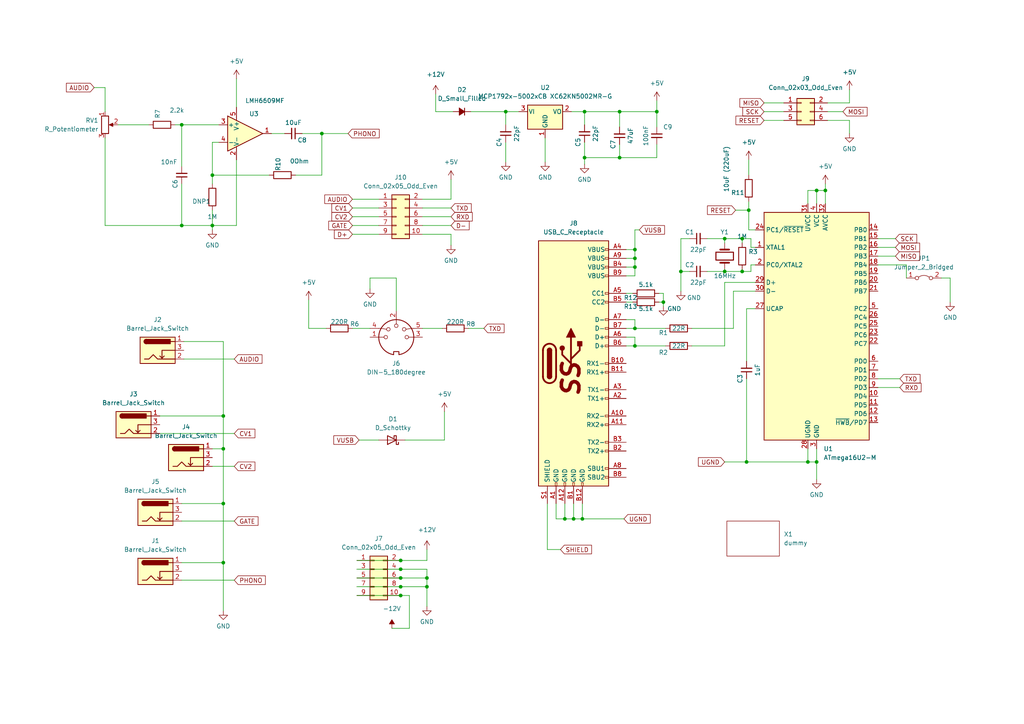
<source format=kicad_sch>
(kicad_sch (version 20211123) (generator eeschema)
  (paper "A4")
  (lib_symbols
    (symbol "Amplifier_Operational:LMH6609MF" (pin_names (offset 0.127))
      (property "Reference" "U" (at -1.27 6.35 0))
      (property "Value" "LMH6609MF" (at -1.27 3.81 0))
      (symbol "LMH6609MF_0_1"
        (polyline (pts (xy -5.08 5.08) (xy 5.08 0) (xy -5.08 -5.08) (xy -5.08 5.08)) (stroke (width 0.254)) (fill (type background)))
        (pin power_in line (at -2.54 -7.62 90) (length 3.81) (name "V-") (number "2"))
        (pin power_in line (at -2.54 7.62 270) (length 3.81) (name "V+") (number "5"))
      )
      (symbol "LMH6609MF_1_1"
        (pin output line (at 7.62 0 180) (length 2.54) (name "~") (number "1"))
        (pin input line (at -7.62 2.54 0) (length 2.54) (name "+") (number "3"))
        (pin input line (at -7.62 -2.54 0) (length 2.54) (name "-") (number "4"))
      )
    )
    (symbol "Connector:Barrel_Jack_Switch" (pin_names hide)
      (property "Reference" "J" (at 0 5.334 0))
      (property "Value" "Barrel_Jack_Switch" (at 0 -5.08 0))
      (symbol "Barrel_Jack_Switch_0_1"
        (rectangle (start -5.08 3.81) (end 5.08 -3.81) (stroke (width 0.254)) (fill (type background)))
        (arc (start -3.302 3.175) (mid -3.937 2.54) (end -3.302 1.905) (stroke (width 0.254)))
        (arc (start -3.302 3.175) (mid -3.937 2.54) (end -3.302 1.905) (stroke (width 0.254)) (fill (type outline)))
        (polyline (pts (xy 1.27 -2.286) (xy 1.905 -1.651)) (stroke (width 0.254)))
        (polyline (pts (xy 5.08 2.54) (xy 3.81 2.54)) (stroke (width 0.254)))
        (polyline (pts (xy 5.08 0) (xy 1.27 0) (xy 1.27 -2.286) (xy 0.635 -1.651)) (stroke (width 0.254)))
        (polyline (pts (xy -3.81 -2.54) (xy -2.54 -2.54) (xy -1.27 -1.27) (xy 0 -2.54) (xy 2.54 -2.54) (xy 5.08 -2.54)) (stroke (width 0.254)))
        (rectangle (start 3.683 3.175) (end -3.302 1.905) (stroke (width 0.254)) (fill (type outline)))
      )
      (symbol "Barrel_Jack_Switch_1_1"
        (pin passive line (at 7.62 2.54 180) (length 2.54) (name "~") (number "1"))
        (pin passive line (at 7.62 -2.54 180) (length 2.54) (name "~") (number "2"))
        (pin passive line (at 7.62 0 180) (length 2.54) (name "~") (number "3"))
      )
    )
    (symbol "Connector:DIN-5_180degree" (pin_names (offset 1.016))
      (property "Reference" "J" (at 3.175 5.715 0))
      (property "Value" "DIN-5_180degree" (at 0 -6.35 0))
      (symbol "DIN-5_180degree_0_1"
        (arc (start -5.08 0) (mid -3.8609 -3.3364) (end -0.762 -5.08) (stroke (width 0.254)))
        (circle (center -3.048 0) (radius 0.508))
        (circle (center -2.286 2.286) (radius 0.508))
        (polyline (pts (xy -5.08 0) (xy -3.556 0)))
        (polyline (pts (xy 0 5.08) (xy 0 3.81)))
        (polyline (pts (xy 5.08 0) (xy 3.556 0)))
        (polyline (pts (xy -5.08 2.54) (xy -4.318 2.54) (xy -2.794 2.286)))
        (polyline (pts (xy 5.08 2.54) (xy 4.318 2.54) (xy 2.794 2.286)))
        (polyline (pts (xy -0.762 -4.953) (xy -0.762 -4.191) (xy 0.762 -4.191) (xy 0.762 -4.953)) (stroke (width 0.254)))
        (circle (center 0 3.302) (radius 0.508))
        (arc (start 0.762 -5.08) (mid 3.8685 -3.343) (end 5.08 0) (stroke (width 0.254)))
        (circle (center 2.286 2.286) (radius 0.508))
        (circle (center 3.048 0) (radius 0.508))
        (arc (start 5.08 0) (mid 0 5.08) (end -5.08 0) (stroke (width 0.254)))
      )
      (symbol "DIN-5_180degree_1_1"
        (pin passive line (at -7.62 0 0) (length 2.54) (name "~") (number "1"))
        (pin passive line (at 0 7.62 270) (length 2.54) (name "~") (number "2"))
        (pin passive line (at 7.62 0 180) (length 2.54) (name "~") (number "3"))
        (pin passive line (at -7.62 2.54 0) (length 2.54) (name "~") (number "4"))
        (pin passive line (at 7.62 2.54 180) (length 2.54) (name "~") (number "5"))
      )
    )
    (symbol "Connector_Generic:Conn_02x03_Odd_Even" (pin_names (offset 1.016) hide)
      (property "Reference" "J" (at 1.27 5.08 0))
      (property "Value" "Conn_02x03_Odd_Even" (at 1.27 -5.08 0))
      (symbol "Conn_02x03_Odd_Even_1_1"
        (rectangle (start -1.27 -2.413) (end 0 -2.667) (stroke (width 0.1524)))
        (rectangle (start -1.27 0.127) (end 0 -0.127) (stroke (width 0.1524)))
        (rectangle (start -1.27 2.667) (end 0 2.413) (stroke (width 0.1524)))
        (rectangle (start -1.27 3.81) (end 3.81 -3.81) (stroke (width 0.254)) (fill (type background)))
        (rectangle (start 3.81 -2.413) (end 2.54 -2.667) (stroke (width 0.1524)))
        (rectangle (start 3.81 0.127) (end 2.54 -0.127) (stroke (width 0.1524)))
        (rectangle (start 3.81 2.667) (end 2.54 2.413) (stroke (width 0.1524)))
        (pin passive line (at -5.08 2.54 0) (length 3.81) (name "Pin_1") (number "1"))
        (pin passive line (at 7.62 2.54 180) (length 3.81) (name "Pin_2") (number "2"))
        (pin passive line (at -5.08 0 0) (length 3.81) (name "Pin_3") (number "3"))
        (pin passive line (at 7.62 0 180) (length 3.81) (name "Pin_4") (number "4"))
        (pin passive line (at -5.08 -2.54 0) (length 3.81) (name "Pin_5") (number "5"))
        (pin passive line (at 7.62 -2.54 180) (length 3.81) (name "Pin_6") (number "6"))
      )
    )
    (symbol "Connector_Generic:Conn_02x05_Odd_Even" (pin_names (offset 1.016) hide)
      (property "Reference" "J" (at 1.27 7.62 0))
      (property "Value" "Conn_02x05_Odd_Even" (at 1.27 -7.62 0))
      (symbol "Conn_02x05_Odd_Even_1_1"
        (rectangle (start -1.27 -4.953) (end 0 -5.207) (stroke (width 0.1524)))
        (rectangle (start -1.27 -2.413) (end 0 -2.667) (stroke (width 0.1524)))
        (rectangle (start -1.27 0.127) (end 0 -0.127) (stroke (width 0.1524)))
        (rectangle (start -1.27 2.667) (end 0 2.413) (stroke (width 0.1524)))
        (rectangle (start -1.27 5.207) (end 0 4.953) (stroke (width 0.1524)))
        (rectangle (start -1.27 6.35) (end 3.81 -6.35) (stroke (width 0.254)) (fill (type background)))
        (rectangle (start 3.81 -4.953) (end 2.54 -5.207) (stroke (width 0.1524)))
        (rectangle (start 3.81 -2.413) (end 2.54 -2.667) (stroke (width 0.1524)))
        (rectangle (start 3.81 0.127) (end 2.54 -0.127) (stroke (width 0.1524)))
        (rectangle (start 3.81 2.667) (end 2.54 2.413) (stroke (width 0.1524)))
        (rectangle (start 3.81 5.207) (end 2.54 4.953) (stroke (width 0.1524)))
        (pin passive line (at -5.08 5.08 0) (length 3.81) (name "Pin_1") (number "1"))
        (pin passive line (at 7.62 -5.08 180) (length 3.81) (name "Pin_10") (number "10"))
        (pin passive line (at 7.62 5.08 180) (length 3.81) (name "Pin_2") (number "2"))
        (pin passive line (at -5.08 2.54 0) (length 3.81) (name "Pin_3") (number "3"))
        (pin passive line (at 7.62 2.54 180) (length 3.81) (name "Pin_4") (number "4"))
        (pin passive line (at -5.08 0 0) (length 3.81) (name "Pin_5") (number "5"))
        (pin passive line (at 7.62 0 180) (length 3.81) (name "Pin_6") (number "6"))
        (pin passive line (at -5.08 -2.54 0) (length 3.81) (name "Pin_7") (number "7"))
        (pin passive line (at 7.62 -2.54 180) (length 3.81) (name "Pin_8") (number "8"))
        (pin passive line (at -5.08 -5.08 0) (length 3.81) (name "Pin_9") (number "9"))
      )
    )
    (symbol "Device:C_Small" (pin_numbers hide) (pin_names (offset 0.254) hide)
      (property "Reference" "C" (at 0.254 1.778 0))
      (property "Value" "C_Small" (at 0.254 -2.032 0))
      (symbol "C_Small_0_1"
        (polyline (pts (xy -1.524 -0.508) (xy 1.524 -0.508)) (stroke (width 0.3302)))
        (polyline (pts (xy -1.524 0.508) (xy 1.524 0.508)) (stroke (width 0.3048)))
      )
      (symbol "C_Small_1_1"
        (pin passive line (at 0 2.54 270) (length 2.032) (name "~") (number "1"))
        (pin passive line (at 0 -2.54 90) (length 2.032) (name "~") (number "2"))
      )
    )
    (symbol "Device:Crystal" (pin_numbers hide) (pin_names (offset 1.016) hide)
      (property "Reference" "Y" (at 0 3.81 0))
      (property "Value" "Crystal" (at 0 -3.81 0))
      (symbol "Crystal_0_1"
        (rectangle (start -1.143 2.54) (end 1.143 -2.54) (stroke (width 0.3048)))
        (polyline (pts (xy -2.54 0) (xy -1.905 0)))
        (polyline (pts (xy -1.905 -1.27) (xy -1.905 1.27)) (stroke (width 0.508)))
        (polyline (pts (xy 1.905 -1.27) (xy 1.905 1.27)) (stroke (width 0.508)))
        (polyline (pts (xy 2.54 0) (xy 1.905 0)))
      )
      (symbol "Crystal_1_1"
        (pin passive line (at -3.81 0 0) (length 1.27) (name "1") (number "1"))
        (pin passive line (at 3.81 0 180) (length 1.27) (name "2") (number "2"))
      )
    )
    (symbol "Device:D_Schottky" (pin_numbers hide) (pin_names (offset 1.016) hide)
      (property "Reference" "D" (at 0 2.54 0))
      (property "Value" "D_Schottky" (at 0 -2.54 0))
      (symbol "D_Schottky_0_1"
        (polyline (pts (xy 1.27 0) (xy -1.27 0)))
        (polyline (pts (xy 1.27 1.27) (xy 1.27 -1.27) (xy -1.27 0) (xy 1.27 1.27)) (stroke (width 0.254)))
        (polyline (pts (xy -1.905 0.635) (xy -1.905 1.27) (xy -1.27 1.27) (xy -1.27 -1.27) (xy -0.635 -1.27) (xy -0.635 -0.635)) (stroke (width 0.254)))
      )
      (symbol "D_Schottky_1_1"
        (pin passive line (at -3.81 0 0) (length 2.54) (name "K") (number "1"))
        (pin passive line (at 3.81 0 180) (length 2.54) (name "A") (number "2"))
      )
    )
    (symbol "Device:D_Small_Filled" (pin_numbers hide) (pin_names (offset 0.254) hide)
      (property "Reference" "D" (at -1.27 2.032 0))
      (property "Value" "D_Small_Filled" (at -3.81 -2.032 0))
      (symbol "D_Small_Filled_0_1"
        (polyline (pts (xy -0.762 -1.016) (xy -0.762 1.016)) (stroke (width 0.254)))
        (polyline (pts (xy -0.762 0) (xy 0.762 0)))
        (polyline (pts (xy 0.762 -1.016) (xy -0.762 0) (xy 0.762 1.016) (xy 0.762 -1.016)) (stroke (width 0.254)) (fill (type outline)))
      )
      (symbol "D_Small_Filled_1_1"
        (pin passive line (at -2.54 0 0) (length 1.778) (name "K") (number "1"))
        (pin passive line (at 2.54 0 180) (length 1.778) (name "A") (number "2"))
      )
    )
    (symbol "Device:R" (pin_numbers hide) (pin_names (offset 0))
      (property "Reference" "R" (at 2.032 0 90))
      (property "Value" "R" (at 0 0 90))
      (symbol "R_0_1"
        (rectangle (start -1.016 -2.54) (end 1.016 2.54) (stroke (width 0.254)))
      )
      (symbol "R_1_1"
        (pin passive line (at 0 3.81 270) (length 1.27) (name "~") (number "1"))
        (pin passive line (at 0 -3.81 90) (length 1.27) (name "~") (number "2"))
      )
    )
    (symbol "Device:R_Potentiometer" (pin_names (offset 1.016) hide)
      (property "Reference" "RV" (at -4.445 0 90))
      (property "Value" "R_Potentiometer" (at -2.54 0 90))
      (symbol "R_Potentiometer_0_1"
        (polyline (pts (xy 2.54 0) (xy 1.524 0)))
        (polyline (pts (xy 1.143 0) (xy 2.286 0.508) (xy 2.286 -0.508) (xy 1.143 0)) (fill (type outline)))
        (rectangle (start 1.016 2.54) (end -1.016 -2.54) (stroke (width 0.254)))
      )
      (symbol "R_Potentiometer_1_1"
        (pin passive line (at 0 3.81 270) (length 1.27) (name "1") (number "1"))
        (pin passive line (at 3.81 0 180) (length 1.27) (name "2") (number "2"))
        (pin passive line (at 0 -3.81 90) (length 1.27) (name "3") (number "3"))
      )
    )
    (symbol "GaudiLabsPartsLibrary:USB_C_Receptacle" (pin_names (offset 1.016))
      (property "Reference" "J" (at -10.16 36.83 0))
      (property "Value" "USB_C_Receptacle" (at 10.16 36.83 0))
      (symbol "USB_C_Receptacle_0_0"
        (rectangle (start -5.334 -35.56) (end -4.826 -34.544))
        (rectangle (start -2.794 -35.56) (end -2.286 -34.544))
        (rectangle (start -0.254 -35.56) (end 0.254 -34.544))
        (rectangle (start 2.286 -35.56) (end 2.794 -34.544))
        (rectangle (start 10.16 -32.766) (end 9.144 -33.274))
        (rectangle (start 10.16 -30.226) (end 9.144 -30.734))
        (rectangle (start 10.16 -25.146) (end 9.144 -25.654))
        (rectangle (start 10.16 -22.606) (end 9.144 -23.114))
        (rectangle (start 10.16 -17.526) (end 9.144 -18.034))
        (rectangle (start 10.16 -14.986) (end 9.144 -15.494))
        (rectangle (start 10.16 -9.906) (end 9.144 -10.414))
        (rectangle (start 10.16 -7.366) (end 9.144 -7.874))
        (rectangle (start 10.16 -2.286) (end 9.144 -2.794))
        (rectangle (start 10.16 0.254) (end 9.144 -0.254))
        (rectangle (start 10.16 5.334) (end 9.144 4.826))
        (rectangle (start 10.16 7.874) (end 9.144 7.366))
        (rectangle (start 10.16 10.414) (end 9.144 9.906))
        (rectangle (start 10.16 12.954) (end 9.144 12.446))
        (rectangle (start 10.16 18.034) (end 9.144 17.526))
        (rectangle (start 10.16 20.574) (end 9.144 20.066))
        (rectangle (start 10.16 25.654) (end 9.144 25.146))
        (rectangle (start 10.16 28.194) (end 9.144 27.686))
        (rectangle (start 10.16 30.734) (end 9.144 30.226))
        (rectangle (start 10.16 33.274) (end 9.144 32.766))
        (text "SS" (at -0.762 -4.445 900) (effects (font (size 5.08 5.08) bold italic)))
      )
      (symbol "USB_C_Receptacle_0_1"
        (rectangle (start -10.16 35.56) (end 10.16 -35.56) (stroke (width 0.254)) (fill (type background)))
        (arc (start -8.89 -3.81) (mid -6.985 -5.715) (end -5.08 -3.81) (stroke (width 0.508)))
        (arc (start -7.62 -3.81) (mid -6.985 -4.445) (end -6.35 -3.81) (stroke (width 0.254)))
        (arc (start -7.62 -3.81) (mid -6.985 -4.445) (end -6.35 -3.81) (stroke (width 0.254)) (fill (type outline)))
        (rectangle (start -7.62 -3.81) (end -6.35 3.81) (stroke (width 0.254)) (fill (type outline)))
        (arc (start -6.35 3.81) (mid -6.985 4.445) (end -7.62 3.81) (stroke (width 0.254)))
        (arc (start -6.35 3.81) (mid -6.985 4.445) (end -7.62 3.81) (stroke (width 0.254)) (fill (type outline)))
        (arc (start -5.08 3.81) (mid -6.985 5.715) (end -8.89 3.81) (stroke (width 0.508)))
        (circle (center -3.302 4.445) (radius 0.635) (stroke (width 0.254)) (fill (type outline)))
        (polyline (pts (xy -8.89 -3.81) (xy -8.89 3.81)) (stroke (width 0.508)))
        (polyline (pts (xy -5.08 3.81) (xy -5.08 -3.81)) (stroke (width 0.508)))
        (polyline (pts (xy -0.762 -1.27) (xy -0.762 7.62)) (stroke (width 0.508)))
        (polyline (pts (xy -0.762 0) (xy -3.302 2.54) (xy -3.302 3.81)) (stroke (width 0.508)))
        (polyline (pts (xy -0.762 1.27) (xy 1.778 3.81) (xy 1.778 5.08)) (stroke (width 0.508)))
        (polyline (pts (xy -2.032 7.62) (xy -0.762 10.16) (xy 0.508 7.62) (xy -2.032 7.62)) (stroke (width 0.254)) (fill (type outline)))
        (rectangle (start 1.143 5.08) (end 2.413 6.35) (stroke (width 0.254)) (fill (type outline)))
      )
      (symbol "USB_C_Receptacle_1_1"
        (pin power_in line (at -5.08 -40.64 90) (length 5.08) (name "GND") (number "A1"))
        (pin bidirectional line (at 15.24 -15.24 180) (length 5.08) (name "RX2-") (number "A10"))
        (pin bidirectional line (at 15.24 -17.78 180) (length 5.08) (name "RX2+") (number "A11"))
        (pin power_in line (at -2.54 -40.64 90) (length 5.08) (name "GND") (number "A12"))
        (pin bidirectional line (at 15.24 -10.16 180) (length 5.08) (name "TX1+") (number "A2"))
        (pin bidirectional line (at 15.24 -7.62 180) (length 5.08) (name "TX1-") (number "A3"))
        (pin power_in line (at 15.24 33.02 180) (length 5.08) (name "VBUS") (number "A4"))
        (pin bidirectional line (at 15.24 20.32 180) (length 5.08) (name "CC1") (number "A5"))
        (pin bidirectional line (at 15.24 7.62 180) (length 5.08) (name "D+") (number "A6"))
        (pin bidirectional line (at 15.24 12.7 180) (length 5.08) (name "D-") (number "A7"))
        (pin bidirectional line (at 15.24 -30.48 180) (length 5.08) (name "SBU1") (number "A8"))
        (pin power_in line (at 15.24 30.48 180) (length 5.08) (name "VBUS") (number "A9"))
        (pin power_in line (at 0 -40.64 90) (length 5.08) (name "GND") (number "B1"))
        (pin bidirectional line (at 15.24 0 180) (length 5.08) (name "RX1-") (number "B10"))
        (pin bidirectional line (at 15.24 -2.54 180) (length 5.08) (name "RX1+") (number "B11"))
        (pin power_in line (at 2.54 -40.64 90) (length 5.08) (name "GND") (number "B12"))
        (pin bidirectional line (at 15.24 -25.4 180) (length 5.08) (name "TX2+") (number "B2"))
        (pin bidirectional line (at 15.24 -22.86 180) (length 5.08) (name "TX2-") (number "B3"))
        (pin power_in line (at 15.24 27.94 180) (length 5.08) (name "VBUS") (number "B4"))
        (pin bidirectional line (at 15.24 17.78 180) (length 5.08) (name "CC2") (number "B5"))
        (pin bidirectional line (at 15.24 5.08 180) (length 5.08) (name "D+") (number "B6"))
        (pin bidirectional line (at 15.24 10.16 180) (length 5.08) (name "D-") (number "B7"))
        (pin bidirectional line (at 15.24 -33.02 180) (length 5.08) (name "SBU2") (number "B8"))
        (pin power_in line (at 15.24 25.4 180) (length 5.08) (name "VBUS") (number "B9"))
        (pin passive line (at -7.62 -40.64 90) (length 5.08) (name "SHIELD") (number "S1"))
      )
    )
    (symbol "GaudiLabs_New_Library:dummy"
      (property "Reference" "X" (at -6.35 6.35 0))
      (property "Value" "dummy" (at 0 -6.35 0))
      (symbol "dummy_0_1"
        (rectangle (start -7.62 5.08) (end 7.62 -5.08))
      )
    )
    (symbol "Jumper:Jumper_2_Bridged" (pin_names (offset 0) hide)
      (property "Reference" "JP" (at 0 1.905 0))
      (property "Value" "Jumper_2_Bridged" (at 0 -2.54 0))
      (symbol "Jumper_2_Bridged_0_0"
        (circle (center -2.032 0) (radius 0.508))
        (circle (center 2.032 0) (radius 0.508))
      )
      (symbol "Jumper_2_Bridged_0_1"
        (arc (start 1.524 0.254) (mid 0 0.762) (end -1.524 0.254))
      )
      (symbol "Jumper_2_Bridged_1_1"
        (pin passive line (at -5.08 0 0) (length 2.54) (name "A") (number "1"))
        (pin passive line (at 5.08 0 180) (length 2.54) (name "B") (number "2"))
      )
    )
    (symbol "MCU_Microchip_ATmega:ATmega16U2-M"
      (property "Reference" "U" (at -15.24 34.29 0))
      (property "Value" "ATmega16U2-M" (at 2.54 -34.29 0))
      (symbol "ATmega16U2-M_0_1"
        (rectangle (start -15.24 -33.02) (end 15.24 33.02) (stroke (width 0.254)) (fill (type background)))
      )
      (symbol "ATmega16U2-M_1_1"
        (pin input line (at -17.78 22.86 0) (length 2.54) (name "XTAL1") (number "1"))
        (pin bidirectional line (at 17.78 -20.32 180) (length 2.54) (name "PD4") (number "10"))
        (pin bidirectional line (at 17.78 -22.86 180) (length 2.54) (name "PD5") (number "11"))
        (pin bidirectional line (at 17.78 -25.4 180) (length 2.54) (name "PD6") (number "12"))
        (pin bidirectional line (at 17.78 -27.94 180) (length 2.54) (name "~{HWB}/PD7") (number "13"))
        (pin bidirectional line (at 17.78 27.94 180) (length 2.54) (name "PB0") (number "14"))
        (pin bidirectional line (at 17.78 25.4 180) (length 2.54) (name "PB1") (number "15"))
        (pin bidirectional line (at 17.78 22.86 180) (length 2.54) (name "PB2") (number "16"))
        (pin bidirectional line (at 17.78 20.32 180) (length 2.54) (name "PB3") (number "17"))
        (pin bidirectional line (at 17.78 17.78 180) (length 2.54) (name "PB4") (number "18"))
        (pin bidirectional line (at 17.78 15.24 180) (length 2.54) (name "PB5") (number "19"))
        (pin bidirectional line (at -17.78 17.78 0) (length 2.54) (name "PC0/XTAL2") (number "2"))
        (pin bidirectional line (at 17.78 12.7 180) (length 2.54) (name "PB6") (number "20"))
        (pin bidirectional line (at 17.78 10.16 180) (length 2.54) (name "PB7") (number "21"))
        (pin bidirectional line (at 17.78 -5.08 180) (length 2.54) (name "PC7") (number "22"))
        (pin bidirectional line (at 17.78 -2.54 180) (length 2.54) (name "PC6") (number "23"))
        (pin bidirectional line (at -17.78 27.94 0) (length 2.54) (name "PC1/~{RESET}") (number "24"))
        (pin bidirectional line (at 17.78 0 180) (length 2.54) (name "PC5") (number "25"))
        (pin bidirectional line (at 17.78 2.54 180) (length 2.54) (name "PC4") (number "26"))
        (pin passive line (at -17.78 5.08 0) (length 2.54) (name "UCAP") (number "27"))
        (pin power_in line (at -2.54 -35.56 90) (length 2.54) (name "UGND") (number "28"))
        (pin bidirectional line (at -17.78 12.7 0) (length 2.54) (name "D+") (number "29"))
        (pin power_in line (at 0 -35.56 90) (length 2.54) (name "GND") (number "3"))
        (pin bidirectional line (at -17.78 10.16 0) (length 2.54) (name "D-") (number "30"))
        (pin power_in line (at -2.54 35.56 270) (length 2.54) (name "UVCC") (number "31"))
        (pin power_in line (at 2.54 35.56 270) (length 2.54) (name "AVCC") (number "32"))
        (pin passive line (at 0 -35.56 90) (length 2.54) hide (name "GND") (number "33"))
        (pin power_in line (at 0 35.56 270) (length 2.54) (name "VCC") (number "4"))
        (pin bidirectional line (at 17.78 5.08 180) (length 2.54) (name "PC2") (number "5"))
        (pin bidirectional line (at 17.78 -10.16 180) (length 2.54) (name "PD0") (number "6"))
        (pin bidirectional line (at 17.78 -12.7 180) (length 2.54) (name "PD1") (number "7"))
        (pin bidirectional line (at 17.78 -15.24 180) (length 2.54) (name "PD2") (number "8"))
        (pin bidirectional line (at 17.78 -17.78 180) (length 2.54) (name "PD3") (number "9"))
      )
    )
    (symbol "Regulator_Linear:MCP1792x-5002xCB" (pin_names (offset 0.254))
      (property "Reference" "U" (at -3.81 3.175 0))
      (property "Value" "MCP1792x-5002xCB" (at 0 3.175 0))
      (symbol "MCP1792x-5002xCB_0_1"
        (rectangle (start -5.08 1.905) (end 5.08 -5.08) (stroke (width 0.254)) (fill (type background)))
      )
      (symbol "MCP1792x-5002xCB_1_1"
        (pin power_in line (at 0 -7.62 90) (length 2.54) (name "GND") (number "1"))
        (pin power_out line (at 7.62 0 180) (length 2.54) (name "VO") (number "2"))
        (pin power_in line (at -7.62 0 0) (length 2.54) (name "VI") (number "3"))
      )
    )
    (symbol "power:+12V" (power) (pin_names (offset 0))
      (property "Value" "+12V" (at 0 3.556 0))
      (symbol "+12V_0_1"
        (polyline (pts (xy -0.762 1.27) (xy 0 2.54)))
        (polyline (pts (xy 0 0) (xy 0 2.54)))
        (polyline (pts (xy 0 2.54) (xy 0.762 1.27)))
      )
      (symbol "+12V_1_1"
        (pin power_in line (at 0 0 90) (length 0) hide (name "+12V") (number "1"))
      )
    )
    (symbol "power:+5V" (power) (pin_names (offset 0))
      (property "Value" "+5V" (at 0 3.556 0))
      (symbol "+5V_0_1"
        (polyline (pts (xy -0.762 1.27) (xy 0 2.54)))
        (polyline (pts (xy 0 0) (xy 0 2.54)))
        (polyline (pts (xy 0 2.54) (xy 0.762 1.27)))
      )
      (symbol "+5V_1_1"
        (pin power_in line (at 0 0 90) (length 0) hide (name "+5V") (number "1"))
      )
    )
    (symbol "power:-12V" (power) (pin_names (offset 0))
      (property "Value" "-12V" (at 0 3.81 0))
      (symbol "-12V_0_0"
        (pin power_in line (at 0 0 90) (length 0) hide (name "-12V") (number "1"))
      )
      (symbol "-12V_0_1"
        (polyline (pts (xy 0 0) (xy 0 1.27) (xy 0.762 1.27) (xy 0 2.54) (xy -0.762 1.27) (xy 0 1.27)) (fill (type outline)))
      )
    )
    (symbol "power:GND" (power) (pin_names (offset 0))
      (property "Value" "GND" (at 0 -3.81 0))
      (symbol "GND_0_1"
        (polyline (pts (xy 0 0) (xy 0 -1.27) (xy 1.27 -1.27) (xy 0 -2.54) (xy -1.27 -1.27) (xy 0 -1.27)))
      )
      (symbol "GND_1_1"
        (pin power_in line (at 0 0 270) (length 0) hide (name "GND") (number "1"))
      )
    )
  )
  (junction (at 116.205 172.72))
  (junction (at 215.265 78.74))
  (junction (at 216.535 133.985))
  (junction (at 234.315 133.985))
  (junction (at 184.15 95.25))
  (junction (at 197.485 78.74))
  (junction (at 168.91 150.495))
  (junction (at 239.395 55.245))
  (junction (at 215.265 69.215))
  (junction (at 217.17 60.96))
  (junction (at 179.705 45.72))
  (junction (at 210.185 78.74))
  (junction (at 123.825 170.18))
  (junction (at 64.77 163.195))
  (junction (at 64.77 130.175))
  (junction (at 93.345 38.735))
  (junction (at 236.855 133.985))
  (junction (at 192.405 87.63))
  (junction (at 116.205 167.64))
  (junction (at 163.83 150.495))
  (junction (at 184.15 74.93))
  (junction (at 61.595 50.8))
  (junction (at 64.77 146.05))
  (junction (at 61.595 65.405))
  (junction (at 184.15 72.39))
  (junction (at 166.37 150.495))
  (junction (at 116.205 162.56))
  (junction (at 169.545 45.72))
  (junction (at 52.705 36.195))
  (junction (at 64.77 120.65))
  (junction (at 184.15 77.47))
  (junction (at 210.185 69.215))
  (junction (at 179.705 32.385))
  (junction (at 236.855 55.245))
  (junction (at 169.545 32.385))
  (junction (at 146.685 32.385))
  (junction (at 116.205 165.1))
  (junction (at 116.205 170.18))
  (junction (at 123.825 167.64))
  (junction (at 52.705 65.405))
  (junction (at 184.15 100.33))
  (junction (at 190.5 32.385))
  (wire (pts (xy 116.205 170.18) (xy 123.825 170.18)))
  (wire (pts (xy 123.825 170.18) (xy 123.825 167.64)))
  (wire (pts (xy 197.485 69.215) (xy 197.485 78.74)))
  (wire (pts (xy 212.725 95.25) (xy 212.725 84.455)))
  (wire (pts (xy 190.5 32.385) (xy 190.5 36.83)))
  (wire (pts (xy 210.185 81.915) (xy 210.185 100.33)))
  (wire (pts (xy 234.315 133.985) (xy 236.855 133.985)))
  (wire (pts (xy 102.235 95.25) (xy 107.315 95.25)))
  (wire (pts (xy 61.595 60.96) (xy 61.595 65.405)))
  (wire (pts (xy 30.48 25.4) (xy 30.48 32.385)))
  (wire (pts (xy 146.685 32.385) (xy 150.495 32.385)))
  (wire (pts (xy 217.17 60.96) (xy 217.17 66.675)))
  (wire (pts (xy 219.075 76.835) (xy 217.805 76.835)))
  (wire (pts (xy 122.555 95.25) (xy 128.27 95.25)))
  (wire (pts (xy 50.8 36.195) (xy 52.705 36.195)))
  (wire (pts (xy 165.735 32.385) (xy 169.545 32.385)))
  (wire (pts (xy 89.535 86.995) (xy 89.535 95.25)))
  (wire (pts (xy 131.445 32.385) (xy 126.365 32.385)))
  (wire (pts (xy 217.805 71.755) (xy 219.075 71.755)))
  (wire (pts (xy 184.15 77.47) (xy 184.15 80.01)))
  (wire (pts (xy 181.61 77.47) (xy 184.15 77.47)))
  (wire (pts (xy 239.395 53.34) (xy 239.395 55.245)))
  (wire (pts (xy 64.77 163.195) (xy 64.77 177.165)))
  (wire (pts (xy 234.315 59.055) (xy 234.315 55.245)))
  (wire (pts (xy 221.615 34.925) (xy 227.33 34.925)))
  (wire (pts (xy 169.545 41.275) (xy 169.545 45.72)))
  (wire (pts (xy 236.855 55.245) (xy 239.395 55.245)))
  (wire (pts (xy 27.305 25.4) (xy 30.48 25.4)))
  (wire (pts (xy 236.855 133.985) (xy 236.855 139.065)))
  (wire (pts (xy 246.38 34.925) (xy 240.03 34.925)))
  (wire (pts (xy 118.745 182.245) (xy 118.745 172.72)))
  (wire (pts (xy 61.595 50.8) (xy 61.595 53.34)))
  (wire (pts (xy 130.81 71.12) (xy 130.81 67.945)))
  (wire (pts (xy 215.265 69.215) (xy 215.265 70.485)))
  (wire (pts (xy 168.91 150.495) (xy 180.975 150.495)))
  (wire (pts (xy 114.935 80.645) (xy 114.935 90.17)))
  (wire (pts (xy 122.555 65.405) (xy 130.81 65.405)))
  (wire (pts (xy 246.38 29.845) (xy 246.38 26.035)))
  (wire (pts (xy 123.825 165.1) (xy 116.205 165.1)))
  (wire (pts (xy 181.61 97.79) (xy 184.15 97.79)))
  (wire (pts (xy 184.15 97.79) (xy 184.15 100.33)))
  (wire (pts (xy 234.315 133.985) (xy 234.315 130.175)))
  (wire (pts (xy 128.905 127.635) (xy 117.475 127.635)))
  (wire (pts (xy 64.77 120.65) (xy 64.77 130.175)))
  (wire (pts (xy 107.315 80.645) (xy 114.935 80.645)))
  (wire (pts (xy 215.265 69.215) (xy 217.805 69.215)))
  (wire (pts (xy 104.14 127.635) (xy 109.855 127.635)))
  (wire (pts (xy 116.205 167.64) (xy 123.825 167.64)))
  (wire (pts (xy 179.705 45.72) (xy 190.5 45.72)))
  (wire (pts (xy 30.48 65.405) (xy 52.705 65.405)))
  (wire (pts (xy 68.58 46.355) (xy 68.58 65.405)))
  (wire (pts (xy 234.315 55.245) (xy 236.855 55.245)))
  (wire (pts (xy 219.075 81.915) (xy 210.185 81.915)))
  (wire (pts (xy 103.505 162.56) (xy 116.205 162.56)))
  (wire (pts (xy 254.635 74.295) (xy 259.715 74.295)))
  (wire (pts (xy 219.075 89.535) (xy 216.535 89.535)))
  (wire (pts (xy 181.61 87.63) (xy 183.515 87.63)))
  (wire (pts (xy 239.395 55.245) (xy 239.395 59.055)))
  (wire (pts (xy 89.535 95.25) (xy 94.615 95.25)))
  (wire (pts (xy 102.235 67.945) (xy 109.855 67.945)))
  (wire (pts (xy 192.405 88.9) (xy 192.405 87.63)))
  (wire (pts (xy 197.485 69.215) (xy 200.025 69.215)))
  (wire (pts (xy 161.29 146.05) (xy 161.29 150.495)))
  (wire (pts (xy 168.91 146.05) (xy 168.91 150.495)))
  (wire (pts (xy 46.355 125.73) (xy 67.945 125.73)))
  (wire (pts (xy 30.48 40.005) (xy 30.48 65.405)))
  (wire (pts (xy 246.38 38.735) (xy 246.38 34.925)))
  (wire (pts (xy 68.58 22.86) (xy 68.58 31.115)))
  (wire (pts (xy 217.17 58.42) (xy 217.17 60.96)))
  (wire (pts (xy 181.61 74.93) (xy 184.15 74.93)))
  (wire (pts (xy 158.115 40.005) (xy 158.115 46.99)))
  (wire (pts (xy 181.61 95.25) (xy 184.15 95.25)))
  (wire (pts (xy 216.535 133.985) (xy 234.315 133.985)))
  (wire (pts (xy 113.665 182.245) (xy 118.745 182.245)))
  (wire (pts (xy 161.29 150.495) (xy 163.83 150.495)))
  (wire (pts (xy 240.03 29.845) (xy 246.38 29.845)))
  (wire (pts (xy 61.595 50.8) (xy 78.105 50.8)))
  (wire (pts (xy 210.185 70.485) (xy 210.185 69.215)))
  (wire (pts (xy 102.235 60.325) (xy 109.855 60.325)))
  (wire (pts (xy 273.05 80.645) (xy 275.59 80.645)))
  (wire (pts (xy 184.15 74.93) (xy 184.15 77.47)))
  (wire (pts (xy 102.235 57.785) (xy 109.855 57.785)))
  (wire (pts (xy 205.105 69.215) (xy 210.185 69.215)))
  (wire (pts (xy 184.15 100.33) (xy 193.04 100.33)))
  (wire (pts (xy 64.77 99.06) (xy 64.77 120.65)))
  (wire (pts (xy 146.685 36.195) (xy 146.685 32.385)))
  (wire (pts (xy 262.89 76.835) (xy 262.89 80.645)))
  (wire (pts (xy 217.17 66.675) (xy 219.075 66.675)))
  (wire (pts (xy 200.66 95.25) (xy 212.725 95.25)))
  (wire (pts (xy 158.75 159.385) (xy 158.75 146.05)))
  (wire (pts (xy 185.42 66.675) (xy 184.15 66.675)))
  (wire (pts (xy 162.56 159.385) (xy 158.75 159.385)))
  (wire (pts (xy 163.83 150.495) (xy 166.37 150.495)))
  (wire (pts (xy 130.81 52.07) (xy 130.81 57.785)))
  (wire (pts (xy 217.805 69.215) (xy 217.805 71.755)))
  (wire (pts (xy 184.15 92.71) (xy 181.61 92.71)))
  (wire (pts (xy 184.15 66.675) (xy 184.15 72.39)))
  (wire (pts (xy 210.185 133.985) (xy 216.535 133.985)))
  (wire (pts (xy 181.61 85.09) (xy 183.515 85.09)))
  (wire (pts (xy 275.59 80.645) (xy 275.59 87.63)))
  (wire (pts (xy 146.685 41.275) (xy 146.685 46.99)))
  (wire (pts (xy 169.545 32.385) (xy 179.705 32.385)))
  (wire (pts (xy 169.545 32.385) (xy 169.545 36.195)))
  (wire (pts (xy 217.805 76.835) (xy 217.805 78.74)))
  (wire (pts (xy 123.825 159.385) (xy 123.825 162.56)))
  (wire (pts (xy 179.705 45.72) (xy 179.705 41.91)))
  (wire (pts (xy 53.34 104.14) (xy 67.945 104.14)))
  (wire (pts (xy 236.855 130.175) (xy 236.855 133.985)))
  (wire (pts (xy 52.705 65.405) (xy 61.595 65.405)))
  (wire (pts (xy 136.525 32.385) (xy 146.685 32.385)))
  (wire (pts (xy 169.545 45.72) (xy 169.545 47.625)))
  (wire (pts (xy 216.535 109.855) (xy 216.535 133.985)))
  (wire (pts (xy 179.705 32.385) (xy 179.705 36.83)))
  (wire (pts (xy 68.58 65.405) (xy 61.595 65.405)))
  (wire (pts (xy 240.03 32.385) (xy 244.475 32.385)))
  (wire (pts (xy 64.77 130.175) (xy 64.77 146.05)))
  (wire (pts (xy 166.37 146.05) (xy 166.37 150.495)))
  (wire (pts (xy 61.595 65.405) (xy 61.595 66.675)))
  (wire (pts (xy 107.315 83.82) (xy 107.315 80.645)))
  (wire (pts (xy 93.345 38.735) (xy 93.345 50.8)))
  (wire (pts (xy 254.635 76.835) (xy 262.89 76.835)))
  (wire (pts (xy 181.61 72.39) (xy 184.15 72.39)))
  (wire (pts (xy 216.535 89.535) (xy 216.535 104.775)))
  (wire (pts (xy 34.29 36.195) (xy 43.18 36.195)))
  (wire (pts (xy 52.705 151.13) (xy 67.945 151.13)))
  (wire (pts (xy 197.485 78.74) (xy 200.025 78.74)))
  (wire (pts (xy 215.265 78.105) (xy 215.265 78.74)))
  (wire (pts (xy 236.855 59.055) (xy 236.855 55.245)))
  (wire (pts (xy 103.505 165.1) (xy 116.205 165.1)))
  (wire (pts (xy 103.505 167.64) (xy 116.205 167.64)))
  (wire (pts (xy 103.505 170.18) (xy 116.205 170.18)))
  (wire (pts (xy 212.725 84.455) (xy 219.075 84.455)))
  (wire (pts (xy 128.905 119.38) (xy 128.905 127.635)))
  (wire (pts (xy 103.505 172.72) (xy 116.205 172.72)))
  (wire (pts (xy 130.81 67.945) (xy 122.555 67.945)))
  (wire (pts (xy 210.185 78.74) (xy 215.265 78.74)))
  (wire (pts (xy 61.595 135.255) (xy 67.945 135.255)))
  (wire (pts (xy 179.705 32.385) (xy 190.5 32.385)))
  (wire (pts (xy 254.635 71.755) (xy 259.715 71.755)))
  (wire (pts (xy 169.545 45.72) (xy 179.705 45.72)))
  (wire (pts (xy 52.705 168.275) (xy 67.945 168.275)))
  (wire (pts (xy 210.185 69.215) (xy 215.265 69.215)))
  (wire (pts (xy 52.705 163.195) (xy 64.77 163.195)))
  (wire (pts (xy 87.63 38.735) (xy 93.345 38.735)))
  (wire (pts (xy 184.15 95.25) (xy 184.15 92.71)))
  (wire (pts (xy 210.185 78.105) (xy 210.185 78.74)))
  (wire (pts (xy 192.405 87.63) (xy 192.405 85.09)))
  (wire (pts (xy 102.235 62.865) (xy 109.855 62.865)))
  (wire (pts (xy 190.5 45.72) (xy 190.5 41.91)))
  (wire (pts (xy 126.365 32.385) (xy 126.365 27.305)))
  (wire (pts (xy 118.745 172.72) (xy 116.205 172.72)))
  (wire (pts (xy 46.355 120.65) (xy 64.77 120.65)))
  (wire (pts (xy 215.265 78.74) (xy 217.805 78.74)))
  (wire (pts (xy 61.595 41.275) (xy 61.595 50.8)))
  (wire (pts (xy 254.635 112.395) (xy 260.985 112.395)))
  (wire (pts (xy 210.185 100.33) (xy 200.66 100.33)))
  (wire (pts (xy 53.34 99.06) (xy 64.77 99.06)))
  (wire (pts (xy 190.5 32.385) (xy 190.5 29.21)))
  (wire (pts (xy 254.635 69.215) (xy 259.715 69.215)))
  (wire (pts (xy 61.595 130.175) (xy 64.77 130.175)))
  (wire (pts (xy 130.81 57.785) (xy 122.555 57.785)))
  (wire (pts (xy 205.105 78.74) (xy 210.185 78.74)))
  (wire (pts (xy 52.705 36.195) (xy 52.705 48.26)))
  (wire (pts (xy 135.89 95.25) (xy 140.335 95.25)))
  (wire (pts (xy 221.615 29.845) (xy 227.33 29.845)))
  (wire (pts (xy 93.345 50.8) (xy 85.725 50.8)))
  (wire (pts (xy 191.135 87.63) (xy 192.405 87.63)))
  (wire (pts (xy 64.77 146.05) (xy 64.77 163.195)))
  (wire (pts (xy 163.83 146.05) (xy 163.83 150.495)))
  (wire (pts (xy 123.825 175.895) (xy 123.825 170.18)))
  (wire (pts (xy 213.36 60.96) (xy 217.17 60.96)))
  (wire (pts (xy 123.825 162.56) (xy 116.205 162.56)))
  (wire (pts (xy 217.17 46.355) (xy 217.17 50.8)))
  (wire (pts (xy 166.37 150.495) (xy 168.91 150.495)))
  (wire (pts (xy 192.405 85.09) (xy 191.135 85.09)))
  (wire (pts (xy 181.61 100.33) (xy 184.15 100.33)))
  (wire (pts (xy 63.5 41.275) (xy 61.595 41.275)))
  (wire (pts (xy 122.555 60.325) (xy 130.81 60.325)))
  (wire (pts (xy 123.825 167.64) (xy 123.825 165.1)))
  (wire (pts (xy 221.615 32.385) (xy 227.33 32.385)))
  (wire (pts (xy 184.15 80.01) (xy 181.61 80.01)))
  (wire (pts (xy 197.485 84.455) (xy 197.485 78.74)))
  (wire (pts (xy 93.345 38.735) (xy 100.965 38.735)))
  (wire (pts (xy 122.555 62.865) (xy 130.81 62.865)))
  (wire (pts (xy 52.705 53.34) (xy 52.705 65.405)))
  (wire (pts (xy 52.705 146.05) (xy 64.77 146.05)))
  (wire (pts (xy 184.15 72.39) (xy 184.15 74.93)))
  (wire (pts (xy 102.235 65.405) (xy 109.855 65.405)))
  (wire (pts (xy 78.74 38.735) (xy 82.55 38.735)))
  (wire (pts (xy 193.04 95.25) (xy 184.15 95.25)))
  (wire (pts (xy 52.705 36.195) (xy 63.5 36.195)))
  (wire (pts (xy 254.635 109.855) (xy 260.985 109.855)))
  (global_label "RESET" (shape input) (at 221.615 34.925 180) (property "Intersheet References" "${INTERSHEET_REFS}" (effects hide)))
  (global_label "TXD" (shape input) (at 140.335 95.25 0) (property "Intersheet References" "${INTERSHEET_REFS}" (effects hide)))
  (global_label "SCK" (shape input) (at 259.715 69.215 0) (property "Intersheet References" "${INTERSHEET_REFS}" (effects hide)))
  (global_label "CV1" (shape input) (at 102.235 60.325 180) (property "Intersheet References" "${INTERSHEET_REFS}" (effects hide)))
  (global_label "UGND" (shape input) (at 210.185 133.985 180) (property "Intersheet References" "${INTERSHEET_REFS}" (effects hide)))
  (global_label "CV2" (shape input) (at 67.945 135.255 0) (property "Intersheet References" "${INTERSHEET_REFS}" (effects hide)))
  (global_label "D-" (shape input) (at 130.81 65.405 0) (property "Intersheet References" "${INTERSHEET_REFS}" (effects hide)))
  (global_label "AUDIO" (shape input) (at 27.305 25.4 180) (property "Intersheet References" "${INTERSHEET_REFS}" (effects hide)))
  (global_label "RXD" (shape input) (at 260.985 112.395 0) (property "Intersheet References" "${INTERSHEET_REFS}" (effects hide)))
  (global_label "MISO" (shape input) (at 221.615 29.845 180) (property "Intersheet References" "${INTERSHEET_REFS}" (effects hide)))
  (global_label "PHONO" (shape input) (at 100.965 38.735 0) (property "Intersheet References" "${INTERSHEET_REFS}" (effects hide)))
  (global_label "AUDIO" (shape input) (at 102.235 57.785 180) (property "Intersheet References" "${INTERSHEET_REFS}" (effects hide)))
  (global_label "MOSI" (shape input) (at 244.475 32.385 0) (property "Intersheet References" "${INTERSHEET_REFS}" (effects hide)))
  (global_label "CV1" (shape input) (at 67.945 125.73 0) (property "Intersheet References" "${INTERSHEET_REFS}" (effects hide)))
  (global_label "PHONO" (shape input) (at 67.945 168.275 0) (property "Intersheet References" "${INTERSHEET_REFS}" (effects hide)))
  (global_label "RXD" (shape input) (at 130.81 62.865 0) (property "Intersheet References" "${INTERSHEET_REFS}" (effects hide)))
  (global_label "TXD" (shape input) (at 130.81 60.325 0) (property "Intersheet References" "${INTERSHEET_REFS}" (effects hide)))
  (global_label "GATE" (shape input) (at 67.945 151.13 0) (property "Intersheet References" "${INTERSHEET_REFS}" (effects hide)))
  (global_label "SHIELD" (shape input) (at 162.56 159.385 0) (property "Intersheet References" "${INTERSHEET_REFS}" (effects hide)))
  (global_label "MOSI" (shape input) (at 259.715 71.755 0) (property "Intersheet References" "${INTERSHEET_REFS}" (effects hide)))
  (global_label "UGND" (shape input) (at 180.975 150.495 0) (property "Intersheet References" "${INTERSHEET_REFS}" (effects hide)))
  (global_label "TXD" (shape input) (at 260.985 109.855 0) (property "Intersheet References" "${INTERSHEET_REFS}" (effects hide)))
  (global_label "D+" (shape input) (at 102.235 67.945 180) (property "Intersheet References" "${INTERSHEET_REFS}" (effects hide)))
  (global_label "RESET" (shape input) (at 213.36 60.96 180) (property "Intersheet References" "${INTERSHEET_REFS}" (effects hide)))
  (global_label "AUDIO" (shape input) (at 67.945 104.14 0) (property "Intersheet References" "${INTERSHEET_REFS}" (effects hide)))
  (global_label "VUSB" (shape input) (at 104.14 127.635 180) (property "Intersheet References" "${INTERSHEET_REFS}" (effects hide)))
  (global_label "CV2" (shape input) (at 102.235 62.865 180) (property "Intersheet References" "${INTERSHEET_REFS}" (effects hide)))
  (global_label "GATE" (shape input) (at 102.235 65.405 180) (property "Intersheet References" "${INTERSHEET_REFS}" (effects hide)))
  (global_label "VUSB" (shape input) (at 185.42 66.675 0) (property "Intersheet References" "${INTERSHEET_REFS}" (effects hide)))
  (global_label "MISO" (shape input) (at 259.715 74.295 0) (property "Intersheet References" "${INTERSHEET_REFS}" (effects hide)))
  (global_label "SCK" (shape input) (at 221.615 32.385 180) (property "Intersheet References" "${INTERSHEET_REFS}" (effects hide)))
  (symbol (lib_id "power:+5V") (at 89.535 86.995 0) (unit 1)
    (property "Reference" "#PWR0109" (effects hide))
    (property "Value" "+5V" (at 89.535 81.915 0))
  )
  (symbol (lib_id "Regulator_Linear:MCP1792x-5002xCB") (at 158.115 32.385 0) (unit 1)
    (property "Reference" "U2" (at 158.115 25.4 0))
    (property "Value" "MCP1792x-5002xCB XC62KN5002MR-G" (at 158.115 27.94 0))
    (property "Footprint" "Package_TO_SOT_SMD:SOT-23" (effects hide))
    (property "Datasheet" "https://ww1.microchip.com/downloads/aemDocuments/documents/APID/ProductDocuments/DataSheets/MCP1792-Family-Data-Sheet-DS20006229D.pdf" (effects hide))
  )
  (symbol (lib_id "power:GND") (at 123.825 175.895 0) (unit 1)
    (property "Reference" "#PWR0118" (effects hide))
    (property "Value" "GND" (at 123.825 180.34 0))
  )
  (symbol (lib_id "Device:R") (at 132.08 95.25 270) (unit 1)
    (property "Reference" "R8" (at 136.525 93.98 90))
    (property "Value" "220R" (at 132.08 93.345 90))
    (property "Footprint" "Resistor_SMD:R_0603_1608Metric" (effects hide))
  )
  (symbol (lib_id "power:+5V") (at 190.5 29.21 0) (unit 1)
    (property "Reference" "#PWR0120" (effects hide))
    (property "Value" "+5V" (at 190.5 24.13 0))
  )
  (symbol (lib_id "Connector:DIN-5_180degree") (at 114.935 97.79 0) (unit 1)
    (property "Reference" "J6" (at 114.9351 105.41 0))
    (property "Value" "DIN-5_180degree" (at 114.9351 107.95 0))
    (property "Footprint" "GaudiLabsFootPrints:Deltron_691-0500" (effects hide))
    (property "Datasheet" "http://www.mouser.com/ds/2/18/40_c091_abd_e-75918.pdf" (effects hide))
  )
  (symbol (lib_id "Device:C_Small") (at 146.685 38.735 180) (unit 1)
    (property "Reference" "C4" (at 144.78 41.275 90))
    (property "Value" "22pF" (at 149.86 38.735 90))
    (property "Footprint" "Capacitor_SMD:C_0603_1608Metric" (effects hide))
  )
  (symbol (lib_id "Device:R") (at 81.915 50.8 270) (unit 1)
    (property "Reference" "R10" (at 80.645 47.625 0))
    (property "Value" "0Ohm" (at 86.868 46.736 90))
    (property "Footprint" "Resistor_SMD:R_0603_1608Metric" (effects hide))
  )
  (symbol (lib_id "Connector:Barrel_Jack_Switch") (at 45.72 101.6 0) (unit 1)
    (property "Reference" "J2" (at 45.72 92.71 0))
    (property "Value" "Barrel_Jack_Switch" (at 45.72 95.25 0))
    (property "Footprint" "GaudiLabsFootPrints:pj301bm" (effects hide))
  )
  (symbol (lib_id "power:+5V") (at 68.58 22.86 0) (unit 1)
    (property "Reference" "#PWR0115" (effects hide))
    (property "Value" "+5V" (at 68.58 17.78 0))
  )
  (symbol (lib_id "Device:C_Small") (at 190.5 39.37 0) (unit 1)
    (property "Reference" "C9" (at 193.675 36.83 0))
    (property "Value" "100nF" (at 187.325 39.37 90))
    (property "Footprint" "Capacitor_SMD:C_0603_1608Metric" (effects hide))
  )
  (symbol (lib_id "Device:C_Small") (at 202.565 78.74 90) (unit 1)
    (property "Reference" "C2" (at 200.025 76.835 90))
    (property "Value" "22pF" (at 202.565 81.915 90))
    (property "Footprint" "Capacitor_SMD:C_0603_1608Metric" (effects hide))
  )
  (symbol (lib_id "Device:R") (at 217.17 54.61 0) (unit 1)
    (property "Reference" "R11" (at 213.995 55.88 0))
    (property "Value" "10uF (220uF)" (at 210.693 49.022 90))
    (property "Footprint" "Resistor_SMD:R_0603_1608Metric" (effects hide))
  )
  (symbol (lib_id "Device:R") (at 215.265 74.295 180) (unit 1)
    (property "Reference" "R3" (at 218.44 73.025 0))
    (property "Value" "1M" (at 215.265 68.58 0))
    (property "Footprint" "Resistor_SMD:R_0603_1608Metric" (effects hide))
  )
  (symbol (lib_id "GaudiLabs_New_Library:dummy") (at 218.44 156.21 0) (unit 1)
    (property "Reference" "X1" (at 227.33 154.9399 0) (effects (justify left)))
    (property "Value" "dummy" (at 227.33 157.4799 0) (effects (justify left)))
    (property "Footprint" "GaudiLabsLogos:Smile" (effects hide))
  )
  (symbol (lib_id "Device:Crystal") (at 210.185 74.295 90) (unit 1)
    (property "Reference" "Y1" (at 208.915 67.31 90) (effects (justify right)))
    (property "Value" "16MHz" (at 207.01 80.01 90) (effects (justify right)))
    (property "Footprint" "Crystal:Crystal_SMD_3215-2Pin_3.2x1.5mm" (effects hide))
  )
  (symbol (lib_id "power:GND") (at 146.685 46.99 0) (unit 1)
    (property "Reference" "#PWR0110" (effects hide))
    (property "Value" "GND" (at 146.685 51.435 0))
  )
  (symbol (lib_id "power:GND") (at 246.38 38.735 0) (unit 1)
    (property "Reference" "#PWR0106" (effects hide))
    (property "Value" "GND" (at 246.38 43.18 0))
  )
  (symbol (lib_id "Connector_Generic:Conn_02x03_Odd_Even") (at 232.41 32.385 0) (unit 1)
    (property "Reference" "J9" (at 233.68 22.86 0))
    (property "Value" "Conn_02x03_Odd_Even" (at 233.68 25.4 0))
    (property "Footprint" "Connector:Tag-Connect_TC2030-IDC-NL_2x03_P1.27mm_Vertical" (effects hide))
  )
  (symbol (lib_id "Device:R") (at 187.325 87.63 90) (unit 1)
    (property "Reference" "R13" (at 182.88 88.9 90))
    (property "Value" "5.1k" (at 187.325 89.535 90))
    (property "Footprint" "Resistor_SMD:R_0603_1608Metric" (effects hide))
  )
  (symbol (lib_id "Device:C_Small") (at 216.535 107.315 180) (unit 1)
    (property "Reference" "C3" (at 214.63 109.855 90))
    (property "Value" "1uF" (at 219.71 107.315 90))
    (property "Footprint" "Capacitor_SMD:C_0603_1608Metric" (effects hide))
  )
  (symbol (lib_id "power:GND") (at 197.485 84.455 0) (unit 1)
    (property "Reference" "#PWR0103" (effects hide))
    (property "Value" "GND" (at 201.295 86.36 0))
  )
  (symbol (lib_id "power:+12V") (at 123.825 159.385 0) (unit 1)
    (property "Reference" "#PWR0119" (effects hide))
    (property "Value" "+12V" (at 123.825 153.67 0))
  )
  (symbol (lib_id "Device:C_Small") (at 169.545 38.735 180) (unit 1)
    (property "Reference" "C5" (at 167.64 41.275 90))
    (property "Value" "22pF" (at 172.72 38.735 90))
    (property "Footprint" "Capacitor_SMD:C_0603_1608Metric" (effects hide))
  )
  (symbol (lib_id "GaudiLabsPartsLibrary:USB_C_Receptacle") (at 166.37 105.41 0) (unit 1)
    (property "Reference" "J8" (at 166.37 64.77 0))
    (property "Value" "USB_C_Receptacle" (at 166.37 67.31 0))
    (property "Footprint" "GaudiLabsFootPrints:USB_C_Receptacle_USB4070" (effects hide))
  )
  (symbol (lib_id "power:GND") (at 130.81 71.12 0) (unit 1)
    (property "Reference" "#PWR0102" (effects hide))
    (property "Value" "GND" (at 130.81 75.565 0))
  )
  (symbol (lib_id "power:+12V") (at 126.365 27.305 0) (unit 1)
    (property "Reference" "#PWR0116" (effects hide))
    (property "Value" "+12V" (at 126.365 21.59 0))
  )
  (symbol (lib_id "power:GND") (at 275.59 87.63 0) (unit 1)
    (property "Reference" "#PWR0123" (effects hide))
    (property "Value" "GND" (at 275.59 92.075 0))
  )
  (symbol (lib_id "power:+5V") (at 239.395 53.34 0) (unit 1)
    (property "Reference" "#PWR0105" (effects hide))
    (property "Value" "+5V" (at 239.395 48.26 0))
  )
  (symbol (lib_id "Device:R") (at 196.85 95.25 90) (unit 1)
    (property "Reference" "R1" (at 192.405 96.52 90))
    (property "Value" "22R" (at 196.85 95.25 90))
    (property "Footprint" "Resistor_SMD:R_0603_1608Metric" (effects hide))
  )
  (symbol (lib_id "Connector:Barrel_Jack_Switch") (at 45.085 148.59 0) (unit 1)
    (property "Reference" "J5" (at 45.085 139.7 0))
    (property "Value" "Barrel_Jack_Switch" (at 45.085 142.24 0))
    (property "Footprint" "GaudiLabsFootPrints:pj301bm" (effects hide))
  )
  (symbol (lib_id "Device:C_Small") (at 202.565 69.215 90) (unit 1)
    (property "Reference" "C1" (at 200.025 67.31 90))
    (property "Value" "22pF" (at 202.565 72.39 90))
    (property "Footprint" "Capacitor_SMD:C_0603_1608Metric" (effects hide))
  )
  (symbol (lib_id "Connector:Barrel_Jack_Switch") (at 53.975 132.715 0) (unit 1)
    (property "Reference" "J4" (at 53.975 123.825 0))
    (property "Value" "Barrel_Jack_Switch" (at 53.975 126.365 0))
    (property "Footprint" "GaudiLabsFootPrints:pj301bm_edge_r" (effects hide))
  )
  (symbol (lib_id "Device:C_Small") (at 179.705 39.37 180) (unit 1)
    (property "Reference" "C7" (at 177.8 41.91 90))
    (property "Value" "47uF" (at 182.88 39.37 90))
    (property "Footprint" "Capacitor_SMD:C_0805_2012Metric" (effects hide))
  )
  (symbol (lib_id "power:GND") (at 158.115 46.99 0) (unit 1)
    (property "Reference" "#PWR0112" (effects hide))
    (property "Value" "GND" (at 158.115 51.435 0))
  )
  (symbol (lib_id "power:-12V") (at 113.665 182.245 0) (unit 1)
    (property "Reference" "#PWR0117" (effects hide))
    (property "Value" "-12V" (at 113.665 176.53 0))
  )
  (symbol (lib_id "Device:D_Small_Filled") (at 133.985 32.385 180) (unit 1)
    (property "Reference" "D2" (at 133.985 26.035 0))
    (property "Value" "D_Small_Filled" (at 133.985 28.575 0))
    (property "Footprint" "Diode_SMD:D_SOD-123" (effects hide))
  )
  (symbol (lib_id "power:GND") (at 169.545 47.625 0) (unit 1)
    (property "Reference" "#PWR0111" (effects hide))
    (property "Value" "GND" (at 169.545 52.07 0))
  )
  (symbol (lib_id "Device:C_Small") (at 85.09 38.735 270) (unit 1)
    (property "Reference" "C8" (at 87.63 40.64 90))
    (property "Value" "10uF" (at 85.09 35.56 90))
    (property "Footprint" "Capacitor_SMD:C_0603_1608Metric" (effects hide))
  )
  (symbol (lib_id "power:GND") (at 61.595 66.675 0) (unit 1)
    (property "Reference" "#PWR0114" (effects hide))
    (property "Value" "GND" (at 61.595 71.12 0))
  )
  (symbol (lib_id "Connector_Generic:Conn_02x05_Odd_Even") (at 114.935 62.865 0) (unit 1)
    (property "Reference" "J10" (at 116.205 51.435 0))
    (property "Value" "Conn_02x05_Odd_Even" (at 116.205 53.975 0))
    (property "Footprint" "Connector_PinHeader_1.27mm:PinHeader_2x05_P1.27mm_Vertical_SMD" (effects hide))
  )
  (symbol (lib_id "Jumper:Jumper_2_Bridged") (at 267.97 80.645 0) (unit 1)
    (property "Reference" "JP1" (at 267.97 74.93 0))
    (property "Value" "Jumper_2_Bridged" (at 267.97 77.47 0))
    (property "Footprint" "Jumper:SolderJumper-2_P1.3mm_Open_RoundedPad1.0x1.5mm" (effects hide))
  )
  (symbol (lib_id "MCU_Microchip_ATmega:ATmega16U2-M") (at 236.855 94.615 0) (unit 1)
    (property "Reference" "U1" (at 238.8744 130.175 0) (effects (justify left)))
    (property "Value" "ATmega16U2-M" (at 238.8744 132.715 0) (effects (justify left)))
    (property "Footprint" "Package_DFN_QFN:QFN-32-1EP_5x5mm_P0.5mm_EP3.1x3.1mm" (effects hide))
    (property "Datasheet" "http://ww1.microchip.com/downloads/en/DeviceDoc/doc7799.pdf" (effects hide))
  )
  (symbol (lib_id "power:GND") (at 192.405 88.9 0) (unit 1)
    (property "Reference" "#PWR0122" (effects hide))
    (property "Value" "GND" (at 195.58 89.535 0))
  )
  (symbol (lib_id "Device:R") (at 98.425 95.25 270) (unit 1)
    (property "Reference" "R6" (at 102.87 93.98 90))
    (property "Value" "220R" (at 98.425 93.345 90))
    (property "Footprint" "Resistor_SMD:R_0603_1608Metric" (effects hide))
  )
  (symbol (lib_id "power:+5V") (at 128.905 119.38 0) (unit 1)
    (property "Reference" "#PWR0121" (effects hide))
    (property "Value" "+5V" (at 128.905 114.3 0))
  )
  (symbol (lib_id "power:+5V") (at 217.17 46.355 0) (unit 1)
    (property "Reference" "#PWR0124" (effects hide))
    (property "Value" "+5V" (at 217.17 41.275 0))
  )
  (symbol (lib_id "Device:R") (at 46.99 36.195 270) (unit 1)
    (property "Reference" "R7" (at 45.72 33.02 0))
    (property "Value" "2.2k" (at 51.308 32.004 90))
    (property "Footprint" "Resistor_SMD:R_0603_1608Metric" (effects hide))
  )
  (symbol (lib_id "Device:C_Small") (at 52.705 50.8 180) (unit 1)
    (property "Reference" "C6" (at 50.8 53.34 90))
    (property "Value" "10nF" (at 49.022 46.99 0))
    (property "Footprint" "Capacitor_SMD:C_0603_1608Metric" (effects hide))
  )
  (symbol (lib_id "power:GND") (at 107.315 83.82 0) (unit 1)
    (property "Reference" "#PWR0108" (effects hide))
    (property "Value" "GND" (at 107.315 88.265 0))
  )
  (symbol (lib_id "Connector:Barrel_Jack_Switch") (at 45.085 165.735 0) (unit 1)
    (property "Reference" "J1" (at 45.085 156.845 0))
    (property "Value" "Barrel_Jack_Switch" (at 45.085 159.385 0))
    (property "Footprint" "GaudiLabsFootPrints:pj301bm" (effects hide))
  )
  (symbol (lib_id "Amplifier_Operational:LMH6609MF") (at 71.12 38.735 0) (unit 1)
    (property "Reference" "U3" (at 73.66 33.02 0))
    (property "Value" "LMH6609MF" (at 76.835 29.21 0))
    (property "Footprint" "Package_TO_SOT_SMD:SOT-23-5" (effects hide))
    (property "Datasheet" "http://www.ti.com/lit/ds/symlink/lmh6609.pdf" (effects hide))
  )
  (symbol (lib_id "Device:D_Schottky") (at 113.665 127.635 180) (unit 1)
    (property "Reference" "D1" (at 113.9825 121.539 0))
    (property "Value" "D_Schottky" (at 113.9825 124.079 0))
    (property "Footprint" "Diode_SMD:D_SOD-123" (effects hide))
  )
  (symbol (lib_id "Connector:Barrel_Jack_Switch") (at 38.735 123.19 0) (unit 1)
    (property "Reference" "J3" (at 38.735 114.3 0))
    (property "Value" "Barrel_Jack_Switch" (at 38.735 116.84 0))
    (property "Footprint" "GaudiLabsFootPrints:pj301bm_edge_l" (effects hide))
  )
  (symbol (lib_id "Device:R") (at 196.85 100.33 90) (unit 1)
    (property "Reference" "R2" (at 192.405 102.235 90))
    (property "Value" "22R" (at 196.85 100.33 90))
    (property "Footprint" "Resistor_SMD:R_0603_1608Metric" (effects hide))
  )
  (symbol (lib_id "power:+5V") (at 246.38 26.035 0) (unit 1)
    (property "Reference" "#PWR0107" (effects hide))
    (property "Value" "+5V" (at 246.38 20.955 0))
  )
  (symbol (lib_id "power:+5V") (at 130.81 52.07 0) (unit 1)
    (property "Reference" "#PWR0104" (effects hide))
    (property "Value" "+5V" (at 130.81 46.99 0))
  )
  (symbol (lib_id "Connector_Generic:Conn_02x05_Odd_Even") (at 108.585 167.64 0) (unit 1)
    (property "Reference" "J7" (at 109.855 156.21 0))
    (property "Value" "Conn_02x05_Odd_Even" (at 109.855 158.75 0))
    (property "Footprint" "Connector_PinHeader_2.54mm:PinHeader_2x05_P2.54mm_Vertical" (effects hide))
  )
  (symbol (lib_id "Device:R") (at 61.595 57.15 0) (unit 1)
    (property "Reference" "DNP1" (at 58.42 58.42 0))
    (property "Value" "1M" (at 61.595 62.865 0))
    (property "Footprint" "Resistor_SMD:R_0603_1608Metric" (effects hide))
  )
  (symbol (lib_id "Device:R_Potentiometer") (at 30.48 36.195 0) (unit 1)
    (property "Reference" "RV1" (at 28.575 34.9249 0) (effects (justify right)))
    (property "Value" "R_Potentiometer" (at 28.575 37.4649 0) (effects (justify right)))
    (property "Footprint" "Potentiometer_THT:Potentiometer_Alpha_RD901F-40-00D_Single_Vertical" (effects hide))
  )
  (symbol (lib_id "Device:R") (at 187.325 85.09 90) (unit 1)
    (property "Reference" "R12" (at 182.88 86.36 90))
    (property "Value" "5.1k" (at 187.325 82.55 90))
    (property "Footprint" "Resistor_SMD:R_0603_1608Metric" (effects hide))
  )
  (symbol (lib_id "power:GND") (at 236.855 139.065 0) (unit 1)
    (property "Reference" "#PWR0101" (effects hide))
    (property "Value" "GND" (at 236.855 143.51 0))
  )
  (symbol (lib_id "power:GND") (at 64.77 177.165 0) (unit 1)
    (property "Reference" "#PWR0113" (effects hide))
    (property "Value" "GND" (at 64.77 181.61 0))
  )
)
</source>
